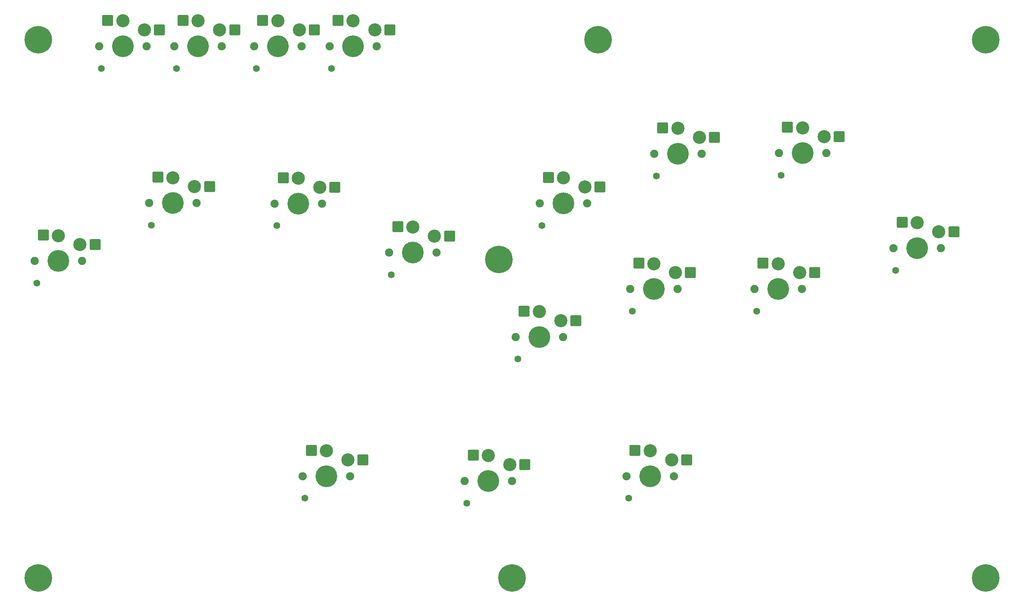
<source format=gbs>
%TF.GenerationSoftware,KiCad,Pcbnew,8.0.1*%
%TF.CreationDate,2024-04-24T00:03:39-04:00*%
%TF.ProjectId,leviathan,6c657669-6174-4686-916e-2e6b69636164,rev?*%
%TF.SameCoordinates,Original*%
%TF.FileFunction,Soldermask,Bot*%
%TF.FilePolarity,Negative*%
%FSLAX46Y46*%
G04 Gerber Fmt 4.6, Leading zero omitted, Abs format (unit mm)*
G04 Created by KiCad (PCBNEW 8.0.1) date 2024-04-24 00:03:39*
%MOMM*%
%LPD*%
G01*
G04 APERTURE LIST*
G04 Aperture macros list*
%AMRoundRect*
0 Rectangle with rounded corners*
0 $1 Rounding radius*
0 $2 $3 $4 $5 $6 $7 $8 $9 X,Y pos of 4 corners*
0 Add a 4 corners polygon primitive as box body*
4,1,4,$2,$3,$4,$5,$6,$7,$8,$9,$2,$3,0*
0 Add four circle primitives for the rounded corners*
1,1,$1+$1,$2,$3*
1,1,$1+$1,$4,$5*
1,1,$1+$1,$6,$7*
1,1,$1+$1,$8,$9*
0 Add four rect primitives between the rounded corners*
20,1,$1+$1,$2,$3,$4,$5,0*
20,1,$1+$1,$4,$5,$6,$7,0*
20,1,$1+$1,$6,$7,$8,$9,0*
20,1,$1+$1,$8,$9,$2,$3,0*%
G04 Aperture macros list end*
%ADD10C,1.900000*%
%ADD11C,1.600000*%
%ADD12C,3.050000*%
%ADD13C,5.050000*%
%ADD14RoundRect,0.250000X-1.025000X-1.000000X1.025000X-1.000000X1.025000X1.000000X-1.025000X1.000000X0*%
%ADD15C,6.400000*%
G04 APERTURE END LIST*
D10*
X114900000Y-68050000D03*
D11*
X115400000Y-73200000D03*
D12*
X120400000Y-62150000D03*
D13*
X120400000Y-68050000D03*
D12*
X125400000Y-64250000D03*
D10*
X125900000Y-68050000D03*
D14*
X116900000Y-62050000D03*
X128900000Y-64250000D03*
D10*
X141500000Y-79400000D03*
D11*
X142000000Y-84550000D03*
D12*
X147000000Y-73500000D03*
D13*
X147000000Y-79400000D03*
D12*
X152000000Y-75600000D03*
D10*
X152500000Y-79400000D03*
D14*
X143500000Y-73400000D03*
X155500000Y-75600000D03*
D10*
X159000000Y-132500000D03*
D11*
X159500000Y-137650000D03*
D12*
X164500000Y-126600000D03*
D13*
X164500000Y-132500000D03*
D12*
X169500000Y-128700000D03*
D10*
X170000000Y-132500000D03*
D14*
X161000000Y-126500000D03*
X173000000Y-128700000D03*
D10*
X176440000Y-67990000D03*
D11*
X176940000Y-73140000D03*
D12*
X181940000Y-62090000D03*
D13*
X181940000Y-67990000D03*
D12*
X186940000Y-64190000D03*
D10*
X187440000Y-67990000D03*
D14*
X178440000Y-61990000D03*
X190440000Y-64190000D03*
D10*
X203000000Y-56460000D03*
D11*
X203500000Y-61610000D03*
D12*
X208500000Y-50560000D03*
D13*
X208500000Y-56460000D03*
D12*
X213500000Y-52660000D03*
D10*
X214000000Y-56460000D03*
D14*
X205000000Y-50460000D03*
X217000000Y-52660000D03*
D10*
X231970000Y-56340000D03*
D11*
X232470000Y-61490000D03*
D12*
X237470000Y-50440000D03*
D13*
X237470000Y-56340000D03*
D12*
X242470000Y-52540000D03*
D10*
X242970000Y-56340000D03*
D14*
X233970000Y-50340000D03*
X245970000Y-52540000D03*
D10*
X170830000Y-99030000D03*
D11*
X171330000Y-104180000D03*
D12*
X176330000Y-93130000D03*
D13*
X176330000Y-99030000D03*
D12*
X181330000Y-95230000D03*
D10*
X181830000Y-99030000D03*
D14*
X172830000Y-93030000D03*
X184830000Y-95230000D03*
D10*
X197440000Y-87920000D03*
D11*
X197940000Y-93070000D03*
D12*
X202940000Y-82020000D03*
D13*
X202940000Y-87920000D03*
D12*
X207940000Y-84120000D03*
D10*
X208440000Y-87920000D03*
D14*
X199440000Y-81920000D03*
X211440000Y-84120000D03*
D10*
X226290000Y-87920000D03*
D11*
X226790000Y-93070000D03*
D12*
X231790000Y-82020000D03*
D13*
X231790000Y-87920000D03*
D12*
X236790000Y-84120000D03*
D10*
X237290000Y-87920000D03*
D14*
X228290000Y-81920000D03*
X240290000Y-84120000D03*
D15*
X60000000Y-30000000D03*
X60000000Y-155000000D03*
X280000000Y-155000000D03*
D10*
X85805000Y-67930000D03*
D11*
X86305000Y-73080000D03*
D12*
X91305000Y-62030000D03*
D13*
X91305000Y-67930000D03*
D12*
X96305000Y-64130000D03*
D10*
X96805000Y-67930000D03*
D14*
X87805000Y-61930000D03*
X99805000Y-64130000D03*
D15*
X280000000Y-30000000D03*
D10*
X91637500Y-31500000D03*
D11*
X92137500Y-36650000D03*
D12*
X97137500Y-25600000D03*
D13*
X97137500Y-31500000D03*
D12*
X102137500Y-27700000D03*
D10*
X102637500Y-31500000D03*
D14*
X93637500Y-25500000D03*
X105637500Y-27700000D03*
D10*
X110136500Y-31500000D03*
D11*
X110636500Y-36650000D03*
D12*
X115636500Y-25600000D03*
D13*
X115636500Y-31500000D03*
D12*
X120636500Y-27700000D03*
D10*
X121136500Y-31500000D03*
D14*
X112136500Y-25500000D03*
X124136500Y-27700000D03*
D10*
X74137500Y-31500000D03*
D11*
X74637500Y-36650000D03*
D12*
X79637500Y-25600000D03*
D13*
X79637500Y-31500000D03*
D12*
X84637500Y-27700000D03*
D10*
X85137500Y-31500000D03*
D14*
X76137500Y-25500000D03*
X88137500Y-27700000D03*
D10*
X127637500Y-31500000D03*
D11*
X128137500Y-36650000D03*
D12*
X133137500Y-25600000D03*
D13*
X133137500Y-31500000D03*
D12*
X138137500Y-27700000D03*
D10*
X138637500Y-31500000D03*
D14*
X129637500Y-25500000D03*
X141637500Y-27700000D03*
D10*
X59205000Y-81400000D03*
D11*
X59705000Y-86550000D03*
D12*
X64705000Y-75500000D03*
D13*
X64705000Y-81400000D03*
D12*
X69705000Y-77600000D03*
D10*
X70205000Y-81400000D03*
D14*
X61205000Y-75400000D03*
X73205000Y-77600000D03*
D10*
X258586255Y-78410082D03*
D11*
X259086255Y-83560082D03*
D12*
X264086255Y-72510082D03*
D13*
X264086255Y-78410082D03*
D12*
X269086255Y-74610082D03*
D10*
X269586255Y-78410082D03*
D14*
X260586255Y-72410082D03*
X272586255Y-74610082D03*
D10*
X121420000Y-131380000D03*
D11*
X121920000Y-136530000D03*
D12*
X126920000Y-125480000D03*
D13*
X126920000Y-131380000D03*
D12*
X131920000Y-127580000D03*
D10*
X132420000Y-131380000D03*
D14*
X123420000Y-125380000D03*
X135420000Y-127580000D03*
D15*
X167000000Y-81000000D03*
X190000000Y-30000000D03*
X170000000Y-155000000D03*
D10*
X196580000Y-131380000D03*
D11*
X197080000Y-136530000D03*
D12*
X202080000Y-125480000D03*
D13*
X202080000Y-131380000D03*
D12*
X207080000Y-127580000D03*
D10*
X207580000Y-131380000D03*
D14*
X198580000Y-125380000D03*
X210580000Y-127580000D03*
M02*

</source>
